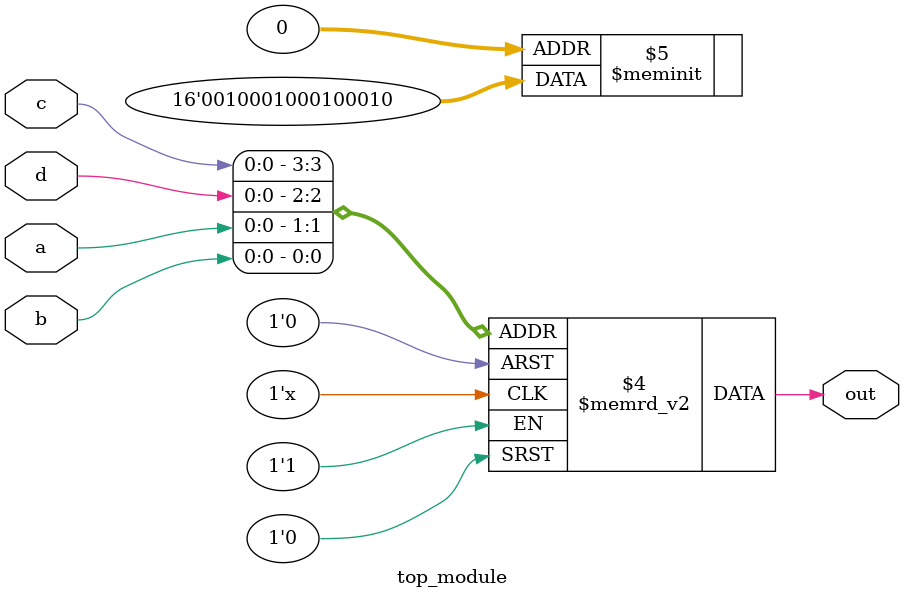
<source format=sv>
module top_module (
    input a, 
    input b,
    input c,
    input d,
    output reg out
);

always @(*) begin
    case ({c, d, a, b})
        4'b0001: out = 1'b1;
        4'b0011: out = 1'b0;
        4'b0101: out = 1'b1;
        4'b0111: out = 1'b0;
        4'b1001: out = 1'b1;
        4'b1011: out = 1'b0;
        4'b1101: out = 1'b1;
        4'b1111: out = 1'b0;
        default: out = 1'b0;
    endcase
end

endmodule

</source>
